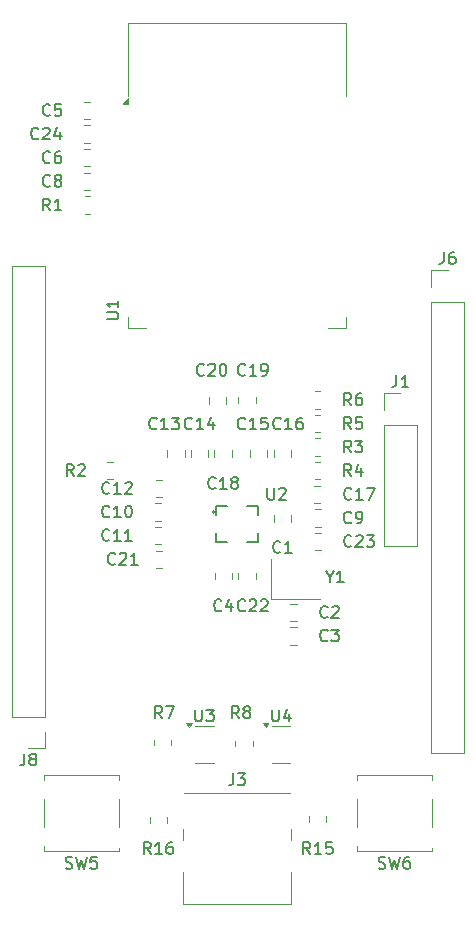
<source format=gbr>
%TF.GenerationSoftware,KiCad,Pcbnew,9.0.3*%
%TF.CreationDate,2025-08-15T22:13:16-04:00*%
%TF.ProjectId,bioimpedance,62696f69-6d70-4656-9461-6e63652e6b69,rev?*%
%TF.SameCoordinates,Original*%
%TF.FileFunction,Legend,Top*%
%TF.FilePolarity,Positive*%
%FSLAX46Y46*%
G04 Gerber Fmt 4.6, Leading zero omitted, Abs format (unit mm)*
G04 Created by KiCad (PCBNEW 9.0.3) date 2025-08-15 22:13:16*
%MOMM*%
%LPD*%
G01*
G04 APERTURE LIST*
%ADD10C,0.150000*%
%ADD11C,0.120000*%
%ADD12C,0.127000*%
%ADD13C,0.200000*%
G04 APERTURE END LIST*
D10*
X123333333Y-66454819D02*
X123000000Y-65978628D01*
X122761905Y-66454819D02*
X122761905Y-65454819D01*
X122761905Y-65454819D02*
X123142857Y-65454819D01*
X123142857Y-65454819D02*
X123238095Y-65502438D01*
X123238095Y-65502438D02*
X123285714Y-65550057D01*
X123285714Y-65550057D02*
X123333333Y-65645295D01*
X123333333Y-65645295D02*
X123333333Y-65788152D01*
X123333333Y-65788152D02*
X123285714Y-65883390D01*
X123285714Y-65883390D02*
X123238095Y-65931009D01*
X123238095Y-65931009D02*
X123142857Y-65978628D01*
X123142857Y-65978628D02*
X122761905Y-65978628D01*
X124190476Y-65788152D02*
X124190476Y-66454819D01*
X123952381Y-65407200D02*
X123714286Y-66121485D01*
X123714286Y-66121485D02*
X124333333Y-66121485D01*
X99166667Y-99647200D02*
X99309524Y-99694819D01*
X99309524Y-99694819D02*
X99547619Y-99694819D01*
X99547619Y-99694819D02*
X99642857Y-99647200D01*
X99642857Y-99647200D02*
X99690476Y-99599580D01*
X99690476Y-99599580D02*
X99738095Y-99504342D01*
X99738095Y-99504342D02*
X99738095Y-99409104D01*
X99738095Y-99409104D02*
X99690476Y-99313866D01*
X99690476Y-99313866D02*
X99642857Y-99266247D01*
X99642857Y-99266247D02*
X99547619Y-99218628D01*
X99547619Y-99218628D02*
X99357143Y-99171009D01*
X99357143Y-99171009D02*
X99261905Y-99123390D01*
X99261905Y-99123390D02*
X99214286Y-99075771D01*
X99214286Y-99075771D02*
X99166667Y-98980533D01*
X99166667Y-98980533D02*
X99166667Y-98885295D01*
X99166667Y-98885295D02*
X99214286Y-98790057D01*
X99214286Y-98790057D02*
X99261905Y-98742438D01*
X99261905Y-98742438D02*
X99357143Y-98694819D01*
X99357143Y-98694819D02*
X99595238Y-98694819D01*
X99595238Y-98694819D02*
X99738095Y-98742438D01*
X100071429Y-98694819D02*
X100309524Y-99694819D01*
X100309524Y-99694819D02*
X100500000Y-98980533D01*
X100500000Y-98980533D02*
X100690476Y-99694819D01*
X100690476Y-99694819D02*
X100928572Y-98694819D01*
X101785714Y-98694819D02*
X101309524Y-98694819D01*
X101309524Y-98694819D02*
X101261905Y-99171009D01*
X101261905Y-99171009D02*
X101309524Y-99123390D01*
X101309524Y-99123390D02*
X101404762Y-99075771D01*
X101404762Y-99075771D02*
X101642857Y-99075771D01*
X101642857Y-99075771D02*
X101738095Y-99123390D01*
X101738095Y-99123390D02*
X101785714Y-99171009D01*
X101785714Y-99171009D02*
X101833333Y-99266247D01*
X101833333Y-99266247D02*
X101833333Y-99504342D01*
X101833333Y-99504342D02*
X101785714Y-99599580D01*
X101785714Y-99599580D02*
X101738095Y-99647200D01*
X101738095Y-99647200D02*
X101642857Y-99694819D01*
X101642857Y-99694819D02*
X101404762Y-99694819D01*
X101404762Y-99694819D02*
X101309524Y-99647200D01*
X101309524Y-99647200D02*
X101261905Y-99599580D01*
X95666666Y-89954819D02*
X95666666Y-90669104D01*
X95666666Y-90669104D02*
X95619047Y-90811961D01*
X95619047Y-90811961D02*
X95523809Y-90907200D01*
X95523809Y-90907200D02*
X95380952Y-90954819D01*
X95380952Y-90954819D02*
X95285714Y-90954819D01*
X96285714Y-90383390D02*
X96190476Y-90335771D01*
X96190476Y-90335771D02*
X96142857Y-90288152D01*
X96142857Y-90288152D02*
X96095238Y-90192914D01*
X96095238Y-90192914D02*
X96095238Y-90145295D01*
X96095238Y-90145295D02*
X96142857Y-90050057D01*
X96142857Y-90050057D02*
X96190476Y-90002438D01*
X96190476Y-90002438D02*
X96285714Y-89954819D01*
X96285714Y-89954819D02*
X96476190Y-89954819D01*
X96476190Y-89954819D02*
X96571428Y-90002438D01*
X96571428Y-90002438D02*
X96619047Y-90050057D01*
X96619047Y-90050057D02*
X96666666Y-90145295D01*
X96666666Y-90145295D02*
X96666666Y-90192914D01*
X96666666Y-90192914D02*
X96619047Y-90288152D01*
X96619047Y-90288152D02*
X96571428Y-90335771D01*
X96571428Y-90335771D02*
X96476190Y-90383390D01*
X96476190Y-90383390D02*
X96285714Y-90383390D01*
X96285714Y-90383390D02*
X96190476Y-90431009D01*
X96190476Y-90431009D02*
X96142857Y-90478628D01*
X96142857Y-90478628D02*
X96095238Y-90573866D01*
X96095238Y-90573866D02*
X96095238Y-90764342D01*
X96095238Y-90764342D02*
X96142857Y-90859580D01*
X96142857Y-90859580D02*
X96190476Y-90907200D01*
X96190476Y-90907200D02*
X96285714Y-90954819D01*
X96285714Y-90954819D02*
X96476190Y-90954819D01*
X96476190Y-90954819D02*
X96571428Y-90907200D01*
X96571428Y-90907200D02*
X96619047Y-90859580D01*
X96619047Y-90859580D02*
X96666666Y-90764342D01*
X96666666Y-90764342D02*
X96666666Y-90573866D01*
X96666666Y-90573866D02*
X96619047Y-90478628D01*
X96619047Y-90478628D02*
X96571428Y-90431009D01*
X96571428Y-90431009D02*
X96476190Y-90383390D01*
X121523809Y-74978628D02*
X121523809Y-75454819D01*
X121190476Y-74454819D02*
X121523809Y-74978628D01*
X121523809Y-74978628D02*
X121857142Y-74454819D01*
X122714285Y-75454819D02*
X122142857Y-75454819D01*
X122428571Y-75454819D02*
X122428571Y-74454819D01*
X122428571Y-74454819D02*
X122333333Y-74597676D01*
X122333333Y-74597676D02*
X122238095Y-74692914D01*
X122238095Y-74692914D02*
X122142857Y-74740533D01*
X111847142Y-67459580D02*
X111799523Y-67507200D01*
X111799523Y-67507200D02*
X111656666Y-67554819D01*
X111656666Y-67554819D02*
X111561428Y-67554819D01*
X111561428Y-67554819D02*
X111418571Y-67507200D01*
X111418571Y-67507200D02*
X111323333Y-67411961D01*
X111323333Y-67411961D02*
X111275714Y-67316723D01*
X111275714Y-67316723D02*
X111228095Y-67126247D01*
X111228095Y-67126247D02*
X111228095Y-66983390D01*
X111228095Y-66983390D02*
X111275714Y-66792914D01*
X111275714Y-66792914D02*
X111323333Y-66697676D01*
X111323333Y-66697676D02*
X111418571Y-66602438D01*
X111418571Y-66602438D02*
X111561428Y-66554819D01*
X111561428Y-66554819D02*
X111656666Y-66554819D01*
X111656666Y-66554819D02*
X111799523Y-66602438D01*
X111799523Y-66602438D02*
X111847142Y-66650057D01*
X112799523Y-67554819D02*
X112228095Y-67554819D01*
X112513809Y-67554819D02*
X112513809Y-66554819D01*
X112513809Y-66554819D02*
X112418571Y-66697676D01*
X112418571Y-66697676D02*
X112323333Y-66792914D01*
X112323333Y-66792914D02*
X112228095Y-66840533D01*
X113370952Y-66983390D02*
X113275714Y-66935771D01*
X113275714Y-66935771D02*
X113228095Y-66888152D01*
X113228095Y-66888152D02*
X113180476Y-66792914D01*
X113180476Y-66792914D02*
X113180476Y-66745295D01*
X113180476Y-66745295D02*
X113228095Y-66650057D01*
X113228095Y-66650057D02*
X113275714Y-66602438D01*
X113275714Y-66602438D02*
X113370952Y-66554819D01*
X113370952Y-66554819D02*
X113561428Y-66554819D01*
X113561428Y-66554819D02*
X113656666Y-66602438D01*
X113656666Y-66602438D02*
X113704285Y-66650057D01*
X113704285Y-66650057D02*
X113751904Y-66745295D01*
X113751904Y-66745295D02*
X113751904Y-66792914D01*
X113751904Y-66792914D02*
X113704285Y-66888152D01*
X113704285Y-66888152D02*
X113656666Y-66935771D01*
X113656666Y-66935771D02*
X113561428Y-66983390D01*
X113561428Y-66983390D02*
X113370952Y-66983390D01*
X113370952Y-66983390D02*
X113275714Y-67031009D01*
X113275714Y-67031009D02*
X113228095Y-67078628D01*
X113228095Y-67078628D02*
X113180476Y-67173866D01*
X113180476Y-67173866D02*
X113180476Y-67364342D01*
X113180476Y-67364342D02*
X113228095Y-67459580D01*
X113228095Y-67459580D02*
X113275714Y-67507200D01*
X113275714Y-67507200D02*
X113370952Y-67554819D01*
X113370952Y-67554819D02*
X113561428Y-67554819D01*
X113561428Y-67554819D02*
X113656666Y-67507200D01*
X113656666Y-67507200D02*
X113704285Y-67459580D01*
X113704285Y-67459580D02*
X113751904Y-67364342D01*
X113751904Y-67364342D02*
X113751904Y-67173866D01*
X113751904Y-67173866D02*
X113704285Y-67078628D01*
X113704285Y-67078628D02*
X113656666Y-67031009D01*
X113656666Y-67031009D02*
X113561428Y-66983390D01*
X116238095Y-67454819D02*
X116238095Y-68264342D01*
X116238095Y-68264342D02*
X116285714Y-68359580D01*
X116285714Y-68359580D02*
X116333333Y-68407200D01*
X116333333Y-68407200D02*
X116428571Y-68454819D01*
X116428571Y-68454819D02*
X116619047Y-68454819D01*
X116619047Y-68454819D02*
X116714285Y-68407200D01*
X116714285Y-68407200D02*
X116761904Y-68359580D01*
X116761904Y-68359580D02*
X116809523Y-68264342D01*
X116809523Y-68264342D02*
X116809523Y-67454819D01*
X117238095Y-67550057D02*
X117285714Y-67502438D01*
X117285714Y-67502438D02*
X117380952Y-67454819D01*
X117380952Y-67454819D02*
X117619047Y-67454819D01*
X117619047Y-67454819D02*
X117714285Y-67502438D01*
X117714285Y-67502438D02*
X117761904Y-67550057D01*
X117761904Y-67550057D02*
X117809523Y-67645295D01*
X117809523Y-67645295D02*
X117809523Y-67740533D01*
X117809523Y-67740533D02*
X117761904Y-67883390D01*
X117761904Y-67883390D02*
X117190476Y-68454819D01*
X117190476Y-68454819D02*
X117809523Y-68454819D01*
X114357142Y-77809580D02*
X114309523Y-77857200D01*
X114309523Y-77857200D02*
X114166666Y-77904819D01*
X114166666Y-77904819D02*
X114071428Y-77904819D01*
X114071428Y-77904819D02*
X113928571Y-77857200D01*
X113928571Y-77857200D02*
X113833333Y-77761961D01*
X113833333Y-77761961D02*
X113785714Y-77666723D01*
X113785714Y-77666723D02*
X113738095Y-77476247D01*
X113738095Y-77476247D02*
X113738095Y-77333390D01*
X113738095Y-77333390D02*
X113785714Y-77142914D01*
X113785714Y-77142914D02*
X113833333Y-77047676D01*
X113833333Y-77047676D02*
X113928571Y-76952438D01*
X113928571Y-76952438D02*
X114071428Y-76904819D01*
X114071428Y-76904819D02*
X114166666Y-76904819D01*
X114166666Y-76904819D02*
X114309523Y-76952438D01*
X114309523Y-76952438D02*
X114357142Y-77000057D01*
X114738095Y-77000057D02*
X114785714Y-76952438D01*
X114785714Y-76952438D02*
X114880952Y-76904819D01*
X114880952Y-76904819D02*
X115119047Y-76904819D01*
X115119047Y-76904819D02*
X115214285Y-76952438D01*
X115214285Y-76952438D02*
X115261904Y-77000057D01*
X115261904Y-77000057D02*
X115309523Y-77095295D01*
X115309523Y-77095295D02*
X115309523Y-77190533D01*
X115309523Y-77190533D02*
X115261904Y-77333390D01*
X115261904Y-77333390D02*
X114690476Y-77904819D01*
X114690476Y-77904819D02*
X115309523Y-77904819D01*
X115690476Y-77000057D02*
X115738095Y-76952438D01*
X115738095Y-76952438D02*
X115833333Y-76904819D01*
X115833333Y-76904819D02*
X116071428Y-76904819D01*
X116071428Y-76904819D02*
X116166666Y-76952438D01*
X116166666Y-76952438D02*
X116214285Y-77000057D01*
X116214285Y-77000057D02*
X116261904Y-77095295D01*
X116261904Y-77095295D02*
X116261904Y-77190533D01*
X116261904Y-77190533D02*
X116214285Y-77333390D01*
X116214285Y-77333390D02*
X115642857Y-77904819D01*
X115642857Y-77904819D02*
X116261904Y-77904819D01*
X102629819Y-53161904D02*
X103439342Y-53161904D01*
X103439342Y-53161904D02*
X103534580Y-53114285D01*
X103534580Y-53114285D02*
X103582200Y-53066666D01*
X103582200Y-53066666D02*
X103629819Y-52971428D01*
X103629819Y-52971428D02*
X103629819Y-52780952D01*
X103629819Y-52780952D02*
X103582200Y-52685714D01*
X103582200Y-52685714D02*
X103534580Y-52638095D01*
X103534580Y-52638095D02*
X103439342Y-52590476D01*
X103439342Y-52590476D02*
X102629819Y-52590476D01*
X103629819Y-51590476D02*
X103629819Y-52161904D01*
X103629819Y-51876190D02*
X102629819Y-51876190D01*
X102629819Y-51876190D02*
X102772676Y-51971428D01*
X102772676Y-51971428D02*
X102867914Y-52066666D01*
X102867914Y-52066666D02*
X102915533Y-52161904D01*
X96857142Y-37859580D02*
X96809523Y-37907200D01*
X96809523Y-37907200D02*
X96666666Y-37954819D01*
X96666666Y-37954819D02*
X96571428Y-37954819D01*
X96571428Y-37954819D02*
X96428571Y-37907200D01*
X96428571Y-37907200D02*
X96333333Y-37811961D01*
X96333333Y-37811961D02*
X96285714Y-37716723D01*
X96285714Y-37716723D02*
X96238095Y-37526247D01*
X96238095Y-37526247D02*
X96238095Y-37383390D01*
X96238095Y-37383390D02*
X96285714Y-37192914D01*
X96285714Y-37192914D02*
X96333333Y-37097676D01*
X96333333Y-37097676D02*
X96428571Y-37002438D01*
X96428571Y-37002438D02*
X96571428Y-36954819D01*
X96571428Y-36954819D02*
X96666666Y-36954819D01*
X96666666Y-36954819D02*
X96809523Y-37002438D01*
X96809523Y-37002438D02*
X96857142Y-37050057D01*
X97238095Y-37050057D02*
X97285714Y-37002438D01*
X97285714Y-37002438D02*
X97380952Y-36954819D01*
X97380952Y-36954819D02*
X97619047Y-36954819D01*
X97619047Y-36954819D02*
X97714285Y-37002438D01*
X97714285Y-37002438D02*
X97761904Y-37050057D01*
X97761904Y-37050057D02*
X97809523Y-37145295D01*
X97809523Y-37145295D02*
X97809523Y-37240533D01*
X97809523Y-37240533D02*
X97761904Y-37383390D01*
X97761904Y-37383390D02*
X97190476Y-37954819D01*
X97190476Y-37954819D02*
X97809523Y-37954819D01*
X98666666Y-37288152D02*
X98666666Y-37954819D01*
X98428571Y-36907200D02*
X98190476Y-37621485D01*
X98190476Y-37621485D02*
X98809523Y-37621485D01*
X110128295Y-86229819D02*
X110128295Y-87039342D01*
X110128295Y-87039342D02*
X110175914Y-87134580D01*
X110175914Y-87134580D02*
X110223533Y-87182200D01*
X110223533Y-87182200D02*
X110318771Y-87229819D01*
X110318771Y-87229819D02*
X110509247Y-87229819D01*
X110509247Y-87229819D02*
X110604485Y-87182200D01*
X110604485Y-87182200D02*
X110652104Y-87134580D01*
X110652104Y-87134580D02*
X110699723Y-87039342D01*
X110699723Y-87039342D02*
X110699723Y-86229819D01*
X111080676Y-86229819D02*
X111699723Y-86229819D01*
X111699723Y-86229819D02*
X111366390Y-86610771D01*
X111366390Y-86610771D02*
X111509247Y-86610771D01*
X111509247Y-86610771D02*
X111604485Y-86658390D01*
X111604485Y-86658390D02*
X111652104Y-86706009D01*
X111652104Y-86706009D02*
X111699723Y-86801247D01*
X111699723Y-86801247D02*
X111699723Y-87039342D01*
X111699723Y-87039342D02*
X111652104Y-87134580D01*
X111652104Y-87134580D02*
X111604485Y-87182200D01*
X111604485Y-87182200D02*
X111509247Y-87229819D01*
X111509247Y-87229819D02*
X111223533Y-87229819D01*
X111223533Y-87229819D02*
X111128295Y-87182200D01*
X111128295Y-87182200D02*
X111080676Y-87134580D01*
X117333333Y-72859580D02*
X117285714Y-72907200D01*
X117285714Y-72907200D02*
X117142857Y-72954819D01*
X117142857Y-72954819D02*
X117047619Y-72954819D01*
X117047619Y-72954819D02*
X116904762Y-72907200D01*
X116904762Y-72907200D02*
X116809524Y-72811961D01*
X116809524Y-72811961D02*
X116761905Y-72716723D01*
X116761905Y-72716723D02*
X116714286Y-72526247D01*
X116714286Y-72526247D02*
X116714286Y-72383390D01*
X116714286Y-72383390D02*
X116761905Y-72192914D01*
X116761905Y-72192914D02*
X116809524Y-72097676D01*
X116809524Y-72097676D02*
X116904762Y-72002438D01*
X116904762Y-72002438D02*
X117047619Y-71954819D01*
X117047619Y-71954819D02*
X117142857Y-71954819D01*
X117142857Y-71954819D02*
X117285714Y-72002438D01*
X117285714Y-72002438D02*
X117333333Y-72050057D01*
X118285714Y-72954819D02*
X117714286Y-72954819D01*
X118000000Y-72954819D02*
X118000000Y-71954819D01*
X118000000Y-71954819D02*
X117904762Y-72097676D01*
X117904762Y-72097676D02*
X117809524Y-72192914D01*
X117809524Y-72192914D02*
X117714286Y-72240533D01*
X102857142Y-71859580D02*
X102809523Y-71907200D01*
X102809523Y-71907200D02*
X102666666Y-71954819D01*
X102666666Y-71954819D02*
X102571428Y-71954819D01*
X102571428Y-71954819D02*
X102428571Y-71907200D01*
X102428571Y-71907200D02*
X102333333Y-71811961D01*
X102333333Y-71811961D02*
X102285714Y-71716723D01*
X102285714Y-71716723D02*
X102238095Y-71526247D01*
X102238095Y-71526247D02*
X102238095Y-71383390D01*
X102238095Y-71383390D02*
X102285714Y-71192914D01*
X102285714Y-71192914D02*
X102333333Y-71097676D01*
X102333333Y-71097676D02*
X102428571Y-71002438D01*
X102428571Y-71002438D02*
X102571428Y-70954819D01*
X102571428Y-70954819D02*
X102666666Y-70954819D01*
X102666666Y-70954819D02*
X102809523Y-71002438D01*
X102809523Y-71002438D02*
X102857142Y-71050057D01*
X103809523Y-71954819D02*
X103238095Y-71954819D01*
X103523809Y-71954819D02*
X103523809Y-70954819D01*
X103523809Y-70954819D02*
X103428571Y-71097676D01*
X103428571Y-71097676D02*
X103333333Y-71192914D01*
X103333333Y-71192914D02*
X103238095Y-71240533D01*
X104761904Y-71954819D02*
X104190476Y-71954819D01*
X104476190Y-71954819D02*
X104476190Y-70954819D01*
X104476190Y-70954819D02*
X104380952Y-71097676D01*
X104380952Y-71097676D02*
X104285714Y-71192914D01*
X104285714Y-71192914D02*
X104190476Y-71240533D01*
X109857142Y-62409580D02*
X109809523Y-62457200D01*
X109809523Y-62457200D02*
X109666666Y-62504819D01*
X109666666Y-62504819D02*
X109571428Y-62504819D01*
X109571428Y-62504819D02*
X109428571Y-62457200D01*
X109428571Y-62457200D02*
X109333333Y-62361961D01*
X109333333Y-62361961D02*
X109285714Y-62266723D01*
X109285714Y-62266723D02*
X109238095Y-62076247D01*
X109238095Y-62076247D02*
X109238095Y-61933390D01*
X109238095Y-61933390D02*
X109285714Y-61742914D01*
X109285714Y-61742914D02*
X109333333Y-61647676D01*
X109333333Y-61647676D02*
X109428571Y-61552438D01*
X109428571Y-61552438D02*
X109571428Y-61504819D01*
X109571428Y-61504819D02*
X109666666Y-61504819D01*
X109666666Y-61504819D02*
X109809523Y-61552438D01*
X109809523Y-61552438D02*
X109857142Y-61600057D01*
X110809523Y-62504819D02*
X110238095Y-62504819D01*
X110523809Y-62504819D02*
X110523809Y-61504819D01*
X110523809Y-61504819D02*
X110428571Y-61647676D01*
X110428571Y-61647676D02*
X110333333Y-61742914D01*
X110333333Y-61742914D02*
X110238095Y-61790533D01*
X111666666Y-61838152D02*
X111666666Y-62504819D01*
X111428571Y-61457200D02*
X111190476Y-62171485D01*
X111190476Y-62171485D02*
X111809523Y-62171485D01*
X131166666Y-47494819D02*
X131166666Y-48209104D01*
X131166666Y-48209104D02*
X131119047Y-48351961D01*
X131119047Y-48351961D02*
X131023809Y-48447200D01*
X131023809Y-48447200D02*
X130880952Y-48494819D01*
X130880952Y-48494819D02*
X130785714Y-48494819D01*
X132071428Y-47494819D02*
X131880952Y-47494819D01*
X131880952Y-47494819D02*
X131785714Y-47542438D01*
X131785714Y-47542438D02*
X131738095Y-47590057D01*
X131738095Y-47590057D02*
X131642857Y-47732914D01*
X131642857Y-47732914D02*
X131595238Y-47923390D01*
X131595238Y-47923390D02*
X131595238Y-48304342D01*
X131595238Y-48304342D02*
X131642857Y-48399580D01*
X131642857Y-48399580D02*
X131690476Y-48447200D01*
X131690476Y-48447200D02*
X131785714Y-48494819D01*
X131785714Y-48494819D02*
X131976190Y-48494819D01*
X131976190Y-48494819D02*
X132071428Y-48447200D01*
X132071428Y-48447200D02*
X132119047Y-48399580D01*
X132119047Y-48399580D02*
X132166666Y-48304342D01*
X132166666Y-48304342D02*
X132166666Y-48066247D01*
X132166666Y-48066247D02*
X132119047Y-47971009D01*
X132119047Y-47971009D02*
X132071428Y-47923390D01*
X132071428Y-47923390D02*
X131976190Y-47875771D01*
X131976190Y-47875771D02*
X131785714Y-47875771D01*
X131785714Y-47875771D02*
X131690476Y-47923390D01*
X131690476Y-47923390D02*
X131642857Y-47971009D01*
X131642857Y-47971009D02*
X131595238Y-48066247D01*
X125666667Y-99647200D02*
X125809524Y-99694819D01*
X125809524Y-99694819D02*
X126047619Y-99694819D01*
X126047619Y-99694819D02*
X126142857Y-99647200D01*
X126142857Y-99647200D02*
X126190476Y-99599580D01*
X126190476Y-99599580D02*
X126238095Y-99504342D01*
X126238095Y-99504342D02*
X126238095Y-99409104D01*
X126238095Y-99409104D02*
X126190476Y-99313866D01*
X126190476Y-99313866D02*
X126142857Y-99266247D01*
X126142857Y-99266247D02*
X126047619Y-99218628D01*
X126047619Y-99218628D02*
X125857143Y-99171009D01*
X125857143Y-99171009D02*
X125761905Y-99123390D01*
X125761905Y-99123390D02*
X125714286Y-99075771D01*
X125714286Y-99075771D02*
X125666667Y-98980533D01*
X125666667Y-98980533D02*
X125666667Y-98885295D01*
X125666667Y-98885295D02*
X125714286Y-98790057D01*
X125714286Y-98790057D02*
X125761905Y-98742438D01*
X125761905Y-98742438D02*
X125857143Y-98694819D01*
X125857143Y-98694819D02*
X126095238Y-98694819D01*
X126095238Y-98694819D02*
X126238095Y-98742438D01*
X126571429Y-98694819D02*
X126809524Y-99694819D01*
X126809524Y-99694819D02*
X127000000Y-98980533D01*
X127000000Y-98980533D02*
X127190476Y-99694819D01*
X127190476Y-99694819D02*
X127428572Y-98694819D01*
X128238095Y-98694819D02*
X128047619Y-98694819D01*
X128047619Y-98694819D02*
X127952381Y-98742438D01*
X127952381Y-98742438D02*
X127904762Y-98790057D01*
X127904762Y-98790057D02*
X127809524Y-98932914D01*
X127809524Y-98932914D02*
X127761905Y-99123390D01*
X127761905Y-99123390D02*
X127761905Y-99504342D01*
X127761905Y-99504342D02*
X127809524Y-99599580D01*
X127809524Y-99599580D02*
X127857143Y-99647200D01*
X127857143Y-99647200D02*
X127952381Y-99694819D01*
X127952381Y-99694819D02*
X128142857Y-99694819D01*
X128142857Y-99694819D02*
X128238095Y-99647200D01*
X128238095Y-99647200D02*
X128285714Y-99599580D01*
X128285714Y-99599580D02*
X128333333Y-99504342D01*
X128333333Y-99504342D02*
X128333333Y-99266247D01*
X128333333Y-99266247D02*
X128285714Y-99171009D01*
X128285714Y-99171009D02*
X128238095Y-99123390D01*
X128238095Y-99123390D02*
X128142857Y-99075771D01*
X128142857Y-99075771D02*
X127952381Y-99075771D01*
X127952381Y-99075771D02*
X127857143Y-99123390D01*
X127857143Y-99123390D02*
X127809524Y-99171009D01*
X127809524Y-99171009D02*
X127761905Y-99266247D01*
X102857142Y-67859580D02*
X102809523Y-67907200D01*
X102809523Y-67907200D02*
X102666666Y-67954819D01*
X102666666Y-67954819D02*
X102571428Y-67954819D01*
X102571428Y-67954819D02*
X102428571Y-67907200D01*
X102428571Y-67907200D02*
X102333333Y-67811961D01*
X102333333Y-67811961D02*
X102285714Y-67716723D01*
X102285714Y-67716723D02*
X102238095Y-67526247D01*
X102238095Y-67526247D02*
X102238095Y-67383390D01*
X102238095Y-67383390D02*
X102285714Y-67192914D01*
X102285714Y-67192914D02*
X102333333Y-67097676D01*
X102333333Y-67097676D02*
X102428571Y-67002438D01*
X102428571Y-67002438D02*
X102571428Y-66954819D01*
X102571428Y-66954819D02*
X102666666Y-66954819D01*
X102666666Y-66954819D02*
X102809523Y-67002438D01*
X102809523Y-67002438D02*
X102857142Y-67050057D01*
X103809523Y-67954819D02*
X103238095Y-67954819D01*
X103523809Y-67954819D02*
X103523809Y-66954819D01*
X103523809Y-66954819D02*
X103428571Y-67097676D01*
X103428571Y-67097676D02*
X103333333Y-67192914D01*
X103333333Y-67192914D02*
X103238095Y-67240533D01*
X104190476Y-67050057D02*
X104238095Y-67002438D01*
X104238095Y-67002438D02*
X104333333Y-66954819D01*
X104333333Y-66954819D02*
X104571428Y-66954819D01*
X104571428Y-66954819D02*
X104666666Y-67002438D01*
X104666666Y-67002438D02*
X104714285Y-67050057D01*
X104714285Y-67050057D02*
X104761904Y-67145295D01*
X104761904Y-67145295D02*
X104761904Y-67240533D01*
X104761904Y-67240533D02*
X104714285Y-67383390D01*
X104714285Y-67383390D02*
X104142857Y-67954819D01*
X104142857Y-67954819D02*
X104761904Y-67954819D01*
X106357142Y-98454819D02*
X106023809Y-97978628D01*
X105785714Y-98454819D02*
X105785714Y-97454819D01*
X105785714Y-97454819D02*
X106166666Y-97454819D01*
X106166666Y-97454819D02*
X106261904Y-97502438D01*
X106261904Y-97502438D02*
X106309523Y-97550057D01*
X106309523Y-97550057D02*
X106357142Y-97645295D01*
X106357142Y-97645295D02*
X106357142Y-97788152D01*
X106357142Y-97788152D02*
X106309523Y-97883390D01*
X106309523Y-97883390D02*
X106261904Y-97931009D01*
X106261904Y-97931009D02*
X106166666Y-97978628D01*
X106166666Y-97978628D02*
X105785714Y-97978628D01*
X107309523Y-98454819D02*
X106738095Y-98454819D01*
X107023809Y-98454819D02*
X107023809Y-97454819D01*
X107023809Y-97454819D02*
X106928571Y-97597676D01*
X106928571Y-97597676D02*
X106833333Y-97692914D01*
X106833333Y-97692914D02*
X106738095Y-97740533D01*
X108166666Y-97454819D02*
X107976190Y-97454819D01*
X107976190Y-97454819D02*
X107880952Y-97502438D01*
X107880952Y-97502438D02*
X107833333Y-97550057D01*
X107833333Y-97550057D02*
X107738095Y-97692914D01*
X107738095Y-97692914D02*
X107690476Y-97883390D01*
X107690476Y-97883390D02*
X107690476Y-98264342D01*
X107690476Y-98264342D02*
X107738095Y-98359580D01*
X107738095Y-98359580D02*
X107785714Y-98407200D01*
X107785714Y-98407200D02*
X107880952Y-98454819D01*
X107880952Y-98454819D02*
X108071428Y-98454819D01*
X108071428Y-98454819D02*
X108166666Y-98407200D01*
X108166666Y-98407200D02*
X108214285Y-98359580D01*
X108214285Y-98359580D02*
X108261904Y-98264342D01*
X108261904Y-98264342D02*
X108261904Y-98026247D01*
X108261904Y-98026247D02*
X108214285Y-97931009D01*
X108214285Y-97931009D02*
X108166666Y-97883390D01*
X108166666Y-97883390D02*
X108071428Y-97835771D01*
X108071428Y-97835771D02*
X107880952Y-97835771D01*
X107880952Y-97835771D02*
X107785714Y-97883390D01*
X107785714Y-97883390D02*
X107738095Y-97931009D01*
X107738095Y-97931009D02*
X107690476Y-98026247D01*
X97833333Y-41859580D02*
X97785714Y-41907200D01*
X97785714Y-41907200D02*
X97642857Y-41954819D01*
X97642857Y-41954819D02*
X97547619Y-41954819D01*
X97547619Y-41954819D02*
X97404762Y-41907200D01*
X97404762Y-41907200D02*
X97309524Y-41811961D01*
X97309524Y-41811961D02*
X97261905Y-41716723D01*
X97261905Y-41716723D02*
X97214286Y-41526247D01*
X97214286Y-41526247D02*
X97214286Y-41383390D01*
X97214286Y-41383390D02*
X97261905Y-41192914D01*
X97261905Y-41192914D02*
X97309524Y-41097676D01*
X97309524Y-41097676D02*
X97404762Y-41002438D01*
X97404762Y-41002438D02*
X97547619Y-40954819D01*
X97547619Y-40954819D02*
X97642857Y-40954819D01*
X97642857Y-40954819D02*
X97785714Y-41002438D01*
X97785714Y-41002438D02*
X97833333Y-41050057D01*
X98404762Y-41383390D02*
X98309524Y-41335771D01*
X98309524Y-41335771D02*
X98261905Y-41288152D01*
X98261905Y-41288152D02*
X98214286Y-41192914D01*
X98214286Y-41192914D02*
X98214286Y-41145295D01*
X98214286Y-41145295D02*
X98261905Y-41050057D01*
X98261905Y-41050057D02*
X98309524Y-41002438D01*
X98309524Y-41002438D02*
X98404762Y-40954819D01*
X98404762Y-40954819D02*
X98595238Y-40954819D01*
X98595238Y-40954819D02*
X98690476Y-41002438D01*
X98690476Y-41002438D02*
X98738095Y-41050057D01*
X98738095Y-41050057D02*
X98785714Y-41145295D01*
X98785714Y-41145295D02*
X98785714Y-41192914D01*
X98785714Y-41192914D02*
X98738095Y-41288152D01*
X98738095Y-41288152D02*
X98690476Y-41335771D01*
X98690476Y-41335771D02*
X98595238Y-41383390D01*
X98595238Y-41383390D02*
X98404762Y-41383390D01*
X98404762Y-41383390D02*
X98309524Y-41431009D01*
X98309524Y-41431009D02*
X98261905Y-41478628D01*
X98261905Y-41478628D02*
X98214286Y-41573866D01*
X98214286Y-41573866D02*
X98214286Y-41764342D01*
X98214286Y-41764342D02*
X98261905Y-41859580D01*
X98261905Y-41859580D02*
X98309524Y-41907200D01*
X98309524Y-41907200D02*
X98404762Y-41954819D01*
X98404762Y-41954819D02*
X98595238Y-41954819D01*
X98595238Y-41954819D02*
X98690476Y-41907200D01*
X98690476Y-41907200D02*
X98738095Y-41859580D01*
X98738095Y-41859580D02*
X98785714Y-41764342D01*
X98785714Y-41764342D02*
X98785714Y-41573866D01*
X98785714Y-41573866D02*
X98738095Y-41478628D01*
X98738095Y-41478628D02*
X98690476Y-41431009D01*
X98690476Y-41431009D02*
X98595238Y-41383390D01*
X99833333Y-66454819D02*
X99500000Y-65978628D01*
X99261905Y-66454819D02*
X99261905Y-65454819D01*
X99261905Y-65454819D02*
X99642857Y-65454819D01*
X99642857Y-65454819D02*
X99738095Y-65502438D01*
X99738095Y-65502438D02*
X99785714Y-65550057D01*
X99785714Y-65550057D02*
X99833333Y-65645295D01*
X99833333Y-65645295D02*
X99833333Y-65788152D01*
X99833333Y-65788152D02*
X99785714Y-65883390D01*
X99785714Y-65883390D02*
X99738095Y-65931009D01*
X99738095Y-65931009D02*
X99642857Y-65978628D01*
X99642857Y-65978628D02*
X99261905Y-65978628D01*
X100214286Y-65550057D02*
X100261905Y-65502438D01*
X100261905Y-65502438D02*
X100357143Y-65454819D01*
X100357143Y-65454819D02*
X100595238Y-65454819D01*
X100595238Y-65454819D02*
X100690476Y-65502438D01*
X100690476Y-65502438D02*
X100738095Y-65550057D01*
X100738095Y-65550057D02*
X100785714Y-65645295D01*
X100785714Y-65645295D02*
X100785714Y-65740533D01*
X100785714Y-65740533D02*
X100738095Y-65883390D01*
X100738095Y-65883390D02*
X100166667Y-66454819D01*
X100166667Y-66454819D02*
X100785714Y-66454819D01*
X123333333Y-62454819D02*
X123000000Y-61978628D01*
X122761905Y-62454819D02*
X122761905Y-61454819D01*
X122761905Y-61454819D02*
X123142857Y-61454819D01*
X123142857Y-61454819D02*
X123238095Y-61502438D01*
X123238095Y-61502438D02*
X123285714Y-61550057D01*
X123285714Y-61550057D02*
X123333333Y-61645295D01*
X123333333Y-61645295D02*
X123333333Y-61788152D01*
X123333333Y-61788152D02*
X123285714Y-61883390D01*
X123285714Y-61883390D02*
X123238095Y-61931009D01*
X123238095Y-61931009D02*
X123142857Y-61978628D01*
X123142857Y-61978628D02*
X122761905Y-61978628D01*
X124238095Y-61454819D02*
X123761905Y-61454819D01*
X123761905Y-61454819D02*
X123714286Y-61931009D01*
X123714286Y-61931009D02*
X123761905Y-61883390D01*
X123761905Y-61883390D02*
X123857143Y-61835771D01*
X123857143Y-61835771D02*
X124095238Y-61835771D01*
X124095238Y-61835771D02*
X124190476Y-61883390D01*
X124190476Y-61883390D02*
X124238095Y-61931009D01*
X124238095Y-61931009D02*
X124285714Y-62026247D01*
X124285714Y-62026247D02*
X124285714Y-62264342D01*
X124285714Y-62264342D02*
X124238095Y-62359580D01*
X124238095Y-62359580D02*
X124190476Y-62407200D01*
X124190476Y-62407200D02*
X124095238Y-62454819D01*
X124095238Y-62454819D02*
X123857143Y-62454819D01*
X123857143Y-62454819D02*
X123761905Y-62407200D01*
X123761905Y-62407200D02*
X123714286Y-62359580D01*
X123333333Y-70359580D02*
X123285714Y-70407200D01*
X123285714Y-70407200D02*
X123142857Y-70454819D01*
X123142857Y-70454819D02*
X123047619Y-70454819D01*
X123047619Y-70454819D02*
X122904762Y-70407200D01*
X122904762Y-70407200D02*
X122809524Y-70311961D01*
X122809524Y-70311961D02*
X122761905Y-70216723D01*
X122761905Y-70216723D02*
X122714286Y-70026247D01*
X122714286Y-70026247D02*
X122714286Y-69883390D01*
X122714286Y-69883390D02*
X122761905Y-69692914D01*
X122761905Y-69692914D02*
X122809524Y-69597676D01*
X122809524Y-69597676D02*
X122904762Y-69502438D01*
X122904762Y-69502438D02*
X123047619Y-69454819D01*
X123047619Y-69454819D02*
X123142857Y-69454819D01*
X123142857Y-69454819D02*
X123285714Y-69502438D01*
X123285714Y-69502438D02*
X123333333Y-69550057D01*
X123809524Y-70454819D02*
X124000000Y-70454819D01*
X124000000Y-70454819D02*
X124095238Y-70407200D01*
X124095238Y-70407200D02*
X124142857Y-70359580D01*
X124142857Y-70359580D02*
X124238095Y-70216723D01*
X124238095Y-70216723D02*
X124285714Y-70026247D01*
X124285714Y-70026247D02*
X124285714Y-69645295D01*
X124285714Y-69645295D02*
X124238095Y-69550057D01*
X124238095Y-69550057D02*
X124190476Y-69502438D01*
X124190476Y-69502438D02*
X124095238Y-69454819D01*
X124095238Y-69454819D02*
X123904762Y-69454819D01*
X123904762Y-69454819D02*
X123809524Y-69502438D01*
X123809524Y-69502438D02*
X123761905Y-69550057D01*
X123761905Y-69550057D02*
X123714286Y-69645295D01*
X123714286Y-69645295D02*
X123714286Y-69883390D01*
X123714286Y-69883390D02*
X123761905Y-69978628D01*
X123761905Y-69978628D02*
X123809524Y-70026247D01*
X123809524Y-70026247D02*
X123904762Y-70073866D01*
X123904762Y-70073866D02*
X124095238Y-70073866D01*
X124095238Y-70073866D02*
X124190476Y-70026247D01*
X124190476Y-70026247D02*
X124238095Y-69978628D01*
X124238095Y-69978628D02*
X124285714Y-69883390D01*
X102857142Y-69859580D02*
X102809523Y-69907200D01*
X102809523Y-69907200D02*
X102666666Y-69954819D01*
X102666666Y-69954819D02*
X102571428Y-69954819D01*
X102571428Y-69954819D02*
X102428571Y-69907200D01*
X102428571Y-69907200D02*
X102333333Y-69811961D01*
X102333333Y-69811961D02*
X102285714Y-69716723D01*
X102285714Y-69716723D02*
X102238095Y-69526247D01*
X102238095Y-69526247D02*
X102238095Y-69383390D01*
X102238095Y-69383390D02*
X102285714Y-69192914D01*
X102285714Y-69192914D02*
X102333333Y-69097676D01*
X102333333Y-69097676D02*
X102428571Y-69002438D01*
X102428571Y-69002438D02*
X102571428Y-68954819D01*
X102571428Y-68954819D02*
X102666666Y-68954819D01*
X102666666Y-68954819D02*
X102809523Y-69002438D01*
X102809523Y-69002438D02*
X102857142Y-69050057D01*
X103809523Y-69954819D02*
X103238095Y-69954819D01*
X103523809Y-69954819D02*
X103523809Y-68954819D01*
X103523809Y-68954819D02*
X103428571Y-69097676D01*
X103428571Y-69097676D02*
X103333333Y-69192914D01*
X103333333Y-69192914D02*
X103238095Y-69240533D01*
X104428571Y-68954819D02*
X104523809Y-68954819D01*
X104523809Y-68954819D02*
X104619047Y-69002438D01*
X104619047Y-69002438D02*
X104666666Y-69050057D01*
X104666666Y-69050057D02*
X104714285Y-69145295D01*
X104714285Y-69145295D02*
X104761904Y-69335771D01*
X104761904Y-69335771D02*
X104761904Y-69573866D01*
X104761904Y-69573866D02*
X104714285Y-69764342D01*
X104714285Y-69764342D02*
X104666666Y-69859580D01*
X104666666Y-69859580D02*
X104619047Y-69907200D01*
X104619047Y-69907200D02*
X104523809Y-69954819D01*
X104523809Y-69954819D02*
X104428571Y-69954819D01*
X104428571Y-69954819D02*
X104333333Y-69907200D01*
X104333333Y-69907200D02*
X104285714Y-69859580D01*
X104285714Y-69859580D02*
X104238095Y-69764342D01*
X104238095Y-69764342D02*
X104190476Y-69573866D01*
X104190476Y-69573866D02*
X104190476Y-69335771D01*
X104190476Y-69335771D02*
X104238095Y-69145295D01*
X104238095Y-69145295D02*
X104285714Y-69050057D01*
X104285714Y-69050057D02*
X104333333Y-69002438D01*
X104333333Y-69002438D02*
X104428571Y-68954819D01*
X113833336Y-86954819D02*
X113500003Y-86478628D01*
X113261908Y-86954819D02*
X113261908Y-85954819D01*
X113261908Y-85954819D02*
X113642860Y-85954819D01*
X113642860Y-85954819D02*
X113738098Y-86002438D01*
X113738098Y-86002438D02*
X113785717Y-86050057D01*
X113785717Y-86050057D02*
X113833336Y-86145295D01*
X113833336Y-86145295D02*
X113833336Y-86288152D01*
X113833336Y-86288152D02*
X113785717Y-86383390D01*
X113785717Y-86383390D02*
X113738098Y-86431009D01*
X113738098Y-86431009D02*
X113642860Y-86478628D01*
X113642860Y-86478628D02*
X113261908Y-86478628D01*
X114404765Y-86383390D02*
X114309527Y-86335771D01*
X114309527Y-86335771D02*
X114261908Y-86288152D01*
X114261908Y-86288152D02*
X114214289Y-86192914D01*
X114214289Y-86192914D02*
X114214289Y-86145295D01*
X114214289Y-86145295D02*
X114261908Y-86050057D01*
X114261908Y-86050057D02*
X114309527Y-86002438D01*
X114309527Y-86002438D02*
X114404765Y-85954819D01*
X114404765Y-85954819D02*
X114595241Y-85954819D01*
X114595241Y-85954819D02*
X114690479Y-86002438D01*
X114690479Y-86002438D02*
X114738098Y-86050057D01*
X114738098Y-86050057D02*
X114785717Y-86145295D01*
X114785717Y-86145295D02*
X114785717Y-86192914D01*
X114785717Y-86192914D02*
X114738098Y-86288152D01*
X114738098Y-86288152D02*
X114690479Y-86335771D01*
X114690479Y-86335771D02*
X114595241Y-86383390D01*
X114595241Y-86383390D02*
X114404765Y-86383390D01*
X114404765Y-86383390D02*
X114309527Y-86431009D01*
X114309527Y-86431009D02*
X114261908Y-86478628D01*
X114261908Y-86478628D02*
X114214289Y-86573866D01*
X114214289Y-86573866D02*
X114214289Y-86764342D01*
X114214289Y-86764342D02*
X114261908Y-86859580D01*
X114261908Y-86859580D02*
X114309527Y-86907200D01*
X114309527Y-86907200D02*
X114404765Y-86954819D01*
X114404765Y-86954819D02*
X114595241Y-86954819D01*
X114595241Y-86954819D02*
X114690479Y-86907200D01*
X114690479Y-86907200D02*
X114738098Y-86859580D01*
X114738098Y-86859580D02*
X114785717Y-86764342D01*
X114785717Y-86764342D02*
X114785717Y-86573866D01*
X114785717Y-86573866D02*
X114738098Y-86478628D01*
X114738098Y-86478628D02*
X114690479Y-86431009D01*
X114690479Y-86431009D02*
X114595241Y-86383390D01*
X116628295Y-86229819D02*
X116628295Y-87039342D01*
X116628295Y-87039342D02*
X116675914Y-87134580D01*
X116675914Y-87134580D02*
X116723533Y-87182200D01*
X116723533Y-87182200D02*
X116818771Y-87229819D01*
X116818771Y-87229819D02*
X117009247Y-87229819D01*
X117009247Y-87229819D02*
X117104485Y-87182200D01*
X117104485Y-87182200D02*
X117152104Y-87134580D01*
X117152104Y-87134580D02*
X117199723Y-87039342D01*
X117199723Y-87039342D02*
X117199723Y-86229819D01*
X118104485Y-86563152D02*
X118104485Y-87229819D01*
X117866390Y-86182200D02*
X117628295Y-86896485D01*
X117628295Y-86896485D02*
X118247342Y-86896485D01*
X97833333Y-35859580D02*
X97785714Y-35907200D01*
X97785714Y-35907200D02*
X97642857Y-35954819D01*
X97642857Y-35954819D02*
X97547619Y-35954819D01*
X97547619Y-35954819D02*
X97404762Y-35907200D01*
X97404762Y-35907200D02*
X97309524Y-35811961D01*
X97309524Y-35811961D02*
X97261905Y-35716723D01*
X97261905Y-35716723D02*
X97214286Y-35526247D01*
X97214286Y-35526247D02*
X97214286Y-35383390D01*
X97214286Y-35383390D02*
X97261905Y-35192914D01*
X97261905Y-35192914D02*
X97309524Y-35097676D01*
X97309524Y-35097676D02*
X97404762Y-35002438D01*
X97404762Y-35002438D02*
X97547619Y-34954819D01*
X97547619Y-34954819D02*
X97642857Y-34954819D01*
X97642857Y-34954819D02*
X97785714Y-35002438D01*
X97785714Y-35002438D02*
X97833333Y-35050057D01*
X98738095Y-34954819D02*
X98261905Y-34954819D01*
X98261905Y-34954819D02*
X98214286Y-35431009D01*
X98214286Y-35431009D02*
X98261905Y-35383390D01*
X98261905Y-35383390D02*
X98357143Y-35335771D01*
X98357143Y-35335771D02*
X98595238Y-35335771D01*
X98595238Y-35335771D02*
X98690476Y-35383390D01*
X98690476Y-35383390D02*
X98738095Y-35431009D01*
X98738095Y-35431009D02*
X98785714Y-35526247D01*
X98785714Y-35526247D02*
X98785714Y-35764342D01*
X98785714Y-35764342D02*
X98738095Y-35859580D01*
X98738095Y-35859580D02*
X98690476Y-35907200D01*
X98690476Y-35907200D02*
X98595238Y-35954819D01*
X98595238Y-35954819D02*
X98357143Y-35954819D01*
X98357143Y-35954819D02*
X98261905Y-35907200D01*
X98261905Y-35907200D02*
X98214286Y-35859580D01*
X119857142Y-98454819D02*
X119523809Y-97978628D01*
X119285714Y-98454819D02*
X119285714Y-97454819D01*
X119285714Y-97454819D02*
X119666666Y-97454819D01*
X119666666Y-97454819D02*
X119761904Y-97502438D01*
X119761904Y-97502438D02*
X119809523Y-97550057D01*
X119809523Y-97550057D02*
X119857142Y-97645295D01*
X119857142Y-97645295D02*
X119857142Y-97788152D01*
X119857142Y-97788152D02*
X119809523Y-97883390D01*
X119809523Y-97883390D02*
X119761904Y-97931009D01*
X119761904Y-97931009D02*
X119666666Y-97978628D01*
X119666666Y-97978628D02*
X119285714Y-97978628D01*
X120809523Y-98454819D02*
X120238095Y-98454819D01*
X120523809Y-98454819D02*
X120523809Y-97454819D01*
X120523809Y-97454819D02*
X120428571Y-97597676D01*
X120428571Y-97597676D02*
X120333333Y-97692914D01*
X120333333Y-97692914D02*
X120238095Y-97740533D01*
X121714285Y-97454819D02*
X121238095Y-97454819D01*
X121238095Y-97454819D02*
X121190476Y-97931009D01*
X121190476Y-97931009D02*
X121238095Y-97883390D01*
X121238095Y-97883390D02*
X121333333Y-97835771D01*
X121333333Y-97835771D02*
X121571428Y-97835771D01*
X121571428Y-97835771D02*
X121666666Y-97883390D01*
X121666666Y-97883390D02*
X121714285Y-97931009D01*
X121714285Y-97931009D02*
X121761904Y-98026247D01*
X121761904Y-98026247D02*
X121761904Y-98264342D01*
X121761904Y-98264342D02*
X121714285Y-98359580D01*
X121714285Y-98359580D02*
X121666666Y-98407200D01*
X121666666Y-98407200D02*
X121571428Y-98454819D01*
X121571428Y-98454819D02*
X121333333Y-98454819D01*
X121333333Y-98454819D02*
X121238095Y-98407200D01*
X121238095Y-98407200D02*
X121190476Y-98359580D01*
X110857142Y-57859580D02*
X110809523Y-57907200D01*
X110809523Y-57907200D02*
X110666666Y-57954819D01*
X110666666Y-57954819D02*
X110571428Y-57954819D01*
X110571428Y-57954819D02*
X110428571Y-57907200D01*
X110428571Y-57907200D02*
X110333333Y-57811961D01*
X110333333Y-57811961D02*
X110285714Y-57716723D01*
X110285714Y-57716723D02*
X110238095Y-57526247D01*
X110238095Y-57526247D02*
X110238095Y-57383390D01*
X110238095Y-57383390D02*
X110285714Y-57192914D01*
X110285714Y-57192914D02*
X110333333Y-57097676D01*
X110333333Y-57097676D02*
X110428571Y-57002438D01*
X110428571Y-57002438D02*
X110571428Y-56954819D01*
X110571428Y-56954819D02*
X110666666Y-56954819D01*
X110666666Y-56954819D02*
X110809523Y-57002438D01*
X110809523Y-57002438D02*
X110857142Y-57050057D01*
X111238095Y-57050057D02*
X111285714Y-57002438D01*
X111285714Y-57002438D02*
X111380952Y-56954819D01*
X111380952Y-56954819D02*
X111619047Y-56954819D01*
X111619047Y-56954819D02*
X111714285Y-57002438D01*
X111714285Y-57002438D02*
X111761904Y-57050057D01*
X111761904Y-57050057D02*
X111809523Y-57145295D01*
X111809523Y-57145295D02*
X111809523Y-57240533D01*
X111809523Y-57240533D02*
X111761904Y-57383390D01*
X111761904Y-57383390D02*
X111190476Y-57954819D01*
X111190476Y-57954819D02*
X111809523Y-57954819D01*
X112428571Y-56954819D02*
X112523809Y-56954819D01*
X112523809Y-56954819D02*
X112619047Y-57002438D01*
X112619047Y-57002438D02*
X112666666Y-57050057D01*
X112666666Y-57050057D02*
X112714285Y-57145295D01*
X112714285Y-57145295D02*
X112761904Y-57335771D01*
X112761904Y-57335771D02*
X112761904Y-57573866D01*
X112761904Y-57573866D02*
X112714285Y-57764342D01*
X112714285Y-57764342D02*
X112666666Y-57859580D01*
X112666666Y-57859580D02*
X112619047Y-57907200D01*
X112619047Y-57907200D02*
X112523809Y-57954819D01*
X112523809Y-57954819D02*
X112428571Y-57954819D01*
X112428571Y-57954819D02*
X112333333Y-57907200D01*
X112333333Y-57907200D02*
X112285714Y-57859580D01*
X112285714Y-57859580D02*
X112238095Y-57764342D01*
X112238095Y-57764342D02*
X112190476Y-57573866D01*
X112190476Y-57573866D02*
X112190476Y-57335771D01*
X112190476Y-57335771D02*
X112238095Y-57145295D01*
X112238095Y-57145295D02*
X112285714Y-57050057D01*
X112285714Y-57050057D02*
X112333333Y-57002438D01*
X112333333Y-57002438D02*
X112428571Y-56954819D01*
X97833333Y-39859580D02*
X97785714Y-39907200D01*
X97785714Y-39907200D02*
X97642857Y-39954819D01*
X97642857Y-39954819D02*
X97547619Y-39954819D01*
X97547619Y-39954819D02*
X97404762Y-39907200D01*
X97404762Y-39907200D02*
X97309524Y-39811961D01*
X97309524Y-39811961D02*
X97261905Y-39716723D01*
X97261905Y-39716723D02*
X97214286Y-39526247D01*
X97214286Y-39526247D02*
X97214286Y-39383390D01*
X97214286Y-39383390D02*
X97261905Y-39192914D01*
X97261905Y-39192914D02*
X97309524Y-39097676D01*
X97309524Y-39097676D02*
X97404762Y-39002438D01*
X97404762Y-39002438D02*
X97547619Y-38954819D01*
X97547619Y-38954819D02*
X97642857Y-38954819D01*
X97642857Y-38954819D02*
X97785714Y-39002438D01*
X97785714Y-39002438D02*
X97833333Y-39050057D01*
X98690476Y-38954819D02*
X98500000Y-38954819D01*
X98500000Y-38954819D02*
X98404762Y-39002438D01*
X98404762Y-39002438D02*
X98357143Y-39050057D01*
X98357143Y-39050057D02*
X98261905Y-39192914D01*
X98261905Y-39192914D02*
X98214286Y-39383390D01*
X98214286Y-39383390D02*
X98214286Y-39764342D01*
X98214286Y-39764342D02*
X98261905Y-39859580D01*
X98261905Y-39859580D02*
X98309524Y-39907200D01*
X98309524Y-39907200D02*
X98404762Y-39954819D01*
X98404762Y-39954819D02*
X98595238Y-39954819D01*
X98595238Y-39954819D02*
X98690476Y-39907200D01*
X98690476Y-39907200D02*
X98738095Y-39859580D01*
X98738095Y-39859580D02*
X98785714Y-39764342D01*
X98785714Y-39764342D02*
X98785714Y-39526247D01*
X98785714Y-39526247D02*
X98738095Y-39431009D01*
X98738095Y-39431009D02*
X98690476Y-39383390D01*
X98690476Y-39383390D02*
X98595238Y-39335771D01*
X98595238Y-39335771D02*
X98404762Y-39335771D01*
X98404762Y-39335771D02*
X98309524Y-39383390D01*
X98309524Y-39383390D02*
X98261905Y-39431009D01*
X98261905Y-39431009D02*
X98214286Y-39526247D01*
X121333333Y-80359580D02*
X121285714Y-80407200D01*
X121285714Y-80407200D02*
X121142857Y-80454819D01*
X121142857Y-80454819D02*
X121047619Y-80454819D01*
X121047619Y-80454819D02*
X120904762Y-80407200D01*
X120904762Y-80407200D02*
X120809524Y-80311961D01*
X120809524Y-80311961D02*
X120761905Y-80216723D01*
X120761905Y-80216723D02*
X120714286Y-80026247D01*
X120714286Y-80026247D02*
X120714286Y-79883390D01*
X120714286Y-79883390D02*
X120761905Y-79692914D01*
X120761905Y-79692914D02*
X120809524Y-79597676D01*
X120809524Y-79597676D02*
X120904762Y-79502438D01*
X120904762Y-79502438D02*
X121047619Y-79454819D01*
X121047619Y-79454819D02*
X121142857Y-79454819D01*
X121142857Y-79454819D02*
X121285714Y-79502438D01*
X121285714Y-79502438D02*
X121333333Y-79550057D01*
X121666667Y-79454819D02*
X122285714Y-79454819D01*
X122285714Y-79454819D02*
X121952381Y-79835771D01*
X121952381Y-79835771D02*
X122095238Y-79835771D01*
X122095238Y-79835771D02*
X122190476Y-79883390D01*
X122190476Y-79883390D02*
X122238095Y-79931009D01*
X122238095Y-79931009D02*
X122285714Y-80026247D01*
X122285714Y-80026247D02*
X122285714Y-80264342D01*
X122285714Y-80264342D02*
X122238095Y-80359580D01*
X122238095Y-80359580D02*
X122190476Y-80407200D01*
X122190476Y-80407200D02*
X122095238Y-80454819D01*
X122095238Y-80454819D02*
X121809524Y-80454819D01*
X121809524Y-80454819D02*
X121714286Y-80407200D01*
X121714286Y-80407200D02*
X121666667Y-80359580D01*
X103357142Y-73859580D02*
X103309523Y-73907200D01*
X103309523Y-73907200D02*
X103166666Y-73954819D01*
X103166666Y-73954819D02*
X103071428Y-73954819D01*
X103071428Y-73954819D02*
X102928571Y-73907200D01*
X102928571Y-73907200D02*
X102833333Y-73811961D01*
X102833333Y-73811961D02*
X102785714Y-73716723D01*
X102785714Y-73716723D02*
X102738095Y-73526247D01*
X102738095Y-73526247D02*
X102738095Y-73383390D01*
X102738095Y-73383390D02*
X102785714Y-73192914D01*
X102785714Y-73192914D02*
X102833333Y-73097676D01*
X102833333Y-73097676D02*
X102928571Y-73002438D01*
X102928571Y-73002438D02*
X103071428Y-72954819D01*
X103071428Y-72954819D02*
X103166666Y-72954819D01*
X103166666Y-72954819D02*
X103309523Y-73002438D01*
X103309523Y-73002438D02*
X103357142Y-73050057D01*
X103738095Y-73050057D02*
X103785714Y-73002438D01*
X103785714Y-73002438D02*
X103880952Y-72954819D01*
X103880952Y-72954819D02*
X104119047Y-72954819D01*
X104119047Y-72954819D02*
X104214285Y-73002438D01*
X104214285Y-73002438D02*
X104261904Y-73050057D01*
X104261904Y-73050057D02*
X104309523Y-73145295D01*
X104309523Y-73145295D02*
X104309523Y-73240533D01*
X104309523Y-73240533D02*
X104261904Y-73383390D01*
X104261904Y-73383390D02*
X103690476Y-73954819D01*
X103690476Y-73954819D02*
X104309523Y-73954819D01*
X105261904Y-73954819D02*
X104690476Y-73954819D01*
X104976190Y-73954819D02*
X104976190Y-72954819D01*
X104976190Y-72954819D02*
X104880952Y-73097676D01*
X104880952Y-73097676D02*
X104785714Y-73192914D01*
X104785714Y-73192914D02*
X104690476Y-73240533D01*
X112333333Y-77809580D02*
X112285714Y-77857200D01*
X112285714Y-77857200D02*
X112142857Y-77904819D01*
X112142857Y-77904819D02*
X112047619Y-77904819D01*
X112047619Y-77904819D02*
X111904762Y-77857200D01*
X111904762Y-77857200D02*
X111809524Y-77761961D01*
X111809524Y-77761961D02*
X111761905Y-77666723D01*
X111761905Y-77666723D02*
X111714286Y-77476247D01*
X111714286Y-77476247D02*
X111714286Y-77333390D01*
X111714286Y-77333390D02*
X111761905Y-77142914D01*
X111761905Y-77142914D02*
X111809524Y-77047676D01*
X111809524Y-77047676D02*
X111904762Y-76952438D01*
X111904762Y-76952438D02*
X112047619Y-76904819D01*
X112047619Y-76904819D02*
X112142857Y-76904819D01*
X112142857Y-76904819D02*
X112285714Y-76952438D01*
X112285714Y-76952438D02*
X112333333Y-77000057D01*
X113190476Y-77238152D02*
X113190476Y-77904819D01*
X112952381Y-76857200D02*
X112714286Y-77571485D01*
X112714286Y-77571485D02*
X113333333Y-77571485D01*
X123357142Y-68359580D02*
X123309523Y-68407200D01*
X123309523Y-68407200D02*
X123166666Y-68454819D01*
X123166666Y-68454819D02*
X123071428Y-68454819D01*
X123071428Y-68454819D02*
X122928571Y-68407200D01*
X122928571Y-68407200D02*
X122833333Y-68311961D01*
X122833333Y-68311961D02*
X122785714Y-68216723D01*
X122785714Y-68216723D02*
X122738095Y-68026247D01*
X122738095Y-68026247D02*
X122738095Y-67883390D01*
X122738095Y-67883390D02*
X122785714Y-67692914D01*
X122785714Y-67692914D02*
X122833333Y-67597676D01*
X122833333Y-67597676D02*
X122928571Y-67502438D01*
X122928571Y-67502438D02*
X123071428Y-67454819D01*
X123071428Y-67454819D02*
X123166666Y-67454819D01*
X123166666Y-67454819D02*
X123309523Y-67502438D01*
X123309523Y-67502438D02*
X123357142Y-67550057D01*
X124309523Y-68454819D02*
X123738095Y-68454819D01*
X124023809Y-68454819D02*
X124023809Y-67454819D01*
X124023809Y-67454819D02*
X123928571Y-67597676D01*
X123928571Y-67597676D02*
X123833333Y-67692914D01*
X123833333Y-67692914D02*
X123738095Y-67740533D01*
X124642857Y-67454819D02*
X125309523Y-67454819D01*
X125309523Y-67454819D02*
X124880952Y-68454819D01*
X117357142Y-62409580D02*
X117309523Y-62457200D01*
X117309523Y-62457200D02*
X117166666Y-62504819D01*
X117166666Y-62504819D02*
X117071428Y-62504819D01*
X117071428Y-62504819D02*
X116928571Y-62457200D01*
X116928571Y-62457200D02*
X116833333Y-62361961D01*
X116833333Y-62361961D02*
X116785714Y-62266723D01*
X116785714Y-62266723D02*
X116738095Y-62076247D01*
X116738095Y-62076247D02*
X116738095Y-61933390D01*
X116738095Y-61933390D02*
X116785714Y-61742914D01*
X116785714Y-61742914D02*
X116833333Y-61647676D01*
X116833333Y-61647676D02*
X116928571Y-61552438D01*
X116928571Y-61552438D02*
X117071428Y-61504819D01*
X117071428Y-61504819D02*
X117166666Y-61504819D01*
X117166666Y-61504819D02*
X117309523Y-61552438D01*
X117309523Y-61552438D02*
X117357142Y-61600057D01*
X118309523Y-62504819D02*
X117738095Y-62504819D01*
X118023809Y-62504819D02*
X118023809Y-61504819D01*
X118023809Y-61504819D02*
X117928571Y-61647676D01*
X117928571Y-61647676D02*
X117833333Y-61742914D01*
X117833333Y-61742914D02*
X117738095Y-61790533D01*
X119166666Y-61504819D02*
X118976190Y-61504819D01*
X118976190Y-61504819D02*
X118880952Y-61552438D01*
X118880952Y-61552438D02*
X118833333Y-61600057D01*
X118833333Y-61600057D02*
X118738095Y-61742914D01*
X118738095Y-61742914D02*
X118690476Y-61933390D01*
X118690476Y-61933390D02*
X118690476Y-62314342D01*
X118690476Y-62314342D02*
X118738095Y-62409580D01*
X118738095Y-62409580D02*
X118785714Y-62457200D01*
X118785714Y-62457200D02*
X118880952Y-62504819D01*
X118880952Y-62504819D02*
X119071428Y-62504819D01*
X119071428Y-62504819D02*
X119166666Y-62457200D01*
X119166666Y-62457200D02*
X119214285Y-62409580D01*
X119214285Y-62409580D02*
X119261904Y-62314342D01*
X119261904Y-62314342D02*
X119261904Y-62076247D01*
X119261904Y-62076247D02*
X119214285Y-61981009D01*
X119214285Y-61981009D02*
X119166666Y-61933390D01*
X119166666Y-61933390D02*
X119071428Y-61885771D01*
X119071428Y-61885771D02*
X118880952Y-61885771D01*
X118880952Y-61885771D02*
X118785714Y-61933390D01*
X118785714Y-61933390D02*
X118738095Y-61981009D01*
X118738095Y-61981009D02*
X118690476Y-62076247D01*
X107333336Y-86954819D02*
X107000003Y-86478628D01*
X106761908Y-86954819D02*
X106761908Y-85954819D01*
X106761908Y-85954819D02*
X107142860Y-85954819D01*
X107142860Y-85954819D02*
X107238098Y-86002438D01*
X107238098Y-86002438D02*
X107285717Y-86050057D01*
X107285717Y-86050057D02*
X107333336Y-86145295D01*
X107333336Y-86145295D02*
X107333336Y-86288152D01*
X107333336Y-86288152D02*
X107285717Y-86383390D01*
X107285717Y-86383390D02*
X107238098Y-86431009D01*
X107238098Y-86431009D02*
X107142860Y-86478628D01*
X107142860Y-86478628D02*
X106761908Y-86478628D01*
X107666670Y-85954819D02*
X108333336Y-85954819D01*
X108333336Y-85954819D02*
X107904765Y-86954819D01*
X123333333Y-60454819D02*
X123000000Y-59978628D01*
X122761905Y-60454819D02*
X122761905Y-59454819D01*
X122761905Y-59454819D02*
X123142857Y-59454819D01*
X123142857Y-59454819D02*
X123238095Y-59502438D01*
X123238095Y-59502438D02*
X123285714Y-59550057D01*
X123285714Y-59550057D02*
X123333333Y-59645295D01*
X123333333Y-59645295D02*
X123333333Y-59788152D01*
X123333333Y-59788152D02*
X123285714Y-59883390D01*
X123285714Y-59883390D02*
X123238095Y-59931009D01*
X123238095Y-59931009D02*
X123142857Y-59978628D01*
X123142857Y-59978628D02*
X122761905Y-59978628D01*
X124190476Y-59454819D02*
X124000000Y-59454819D01*
X124000000Y-59454819D02*
X123904762Y-59502438D01*
X123904762Y-59502438D02*
X123857143Y-59550057D01*
X123857143Y-59550057D02*
X123761905Y-59692914D01*
X123761905Y-59692914D02*
X123714286Y-59883390D01*
X123714286Y-59883390D02*
X123714286Y-60264342D01*
X123714286Y-60264342D02*
X123761905Y-60359580D01*
X123761905Y-60359580D02*
X123809524Y-60407200D01*
X123809524Y-60407200D02*
X123904762Y-60454819D01*
X123904762Y-60454819D02*
X124095238Y-60454819D01*
X124095238Y-60454819D02*
X124190476Y-60407200D01*
X124190476Y-60407200D02*
X124238095Y-60359580D01*
X124238095Y-60359580D02*
X124285714Y-60264342D01*
X124285714Y-60264342D02*
X124285714Y-60026247D01*
X124285714Y-60026247D02*
X124238095Y-59931009D01*
X124238095Y-59931009D02*
X124190476Y-59883390D01*
X124190476Y-59883390D02*
X124095238Y-59835771D01*
X124095238Y-59835771D02*
X123904762Y-59835771D01*
X123904762Y-59835771D02*
X123809524Y-59883390D01*
X123809524Y-59883390D02*
X123761905Y-59931009D01*
X123761905Y-59931009D02*
X123714286Y-60026247D01*
X121333333Y-78359580D02*
X121285714Y-78407200D01*
X121285714Y-78407200D02*
X121142857Y-78454819D01*
X121142857Y-78454819D02*
X121047619Y-78454819D01*
X121047619Y-78454819D02*
X120904762Y-78407200D01*
X120904762Y-78407200D02*
X120809524Y-78311961D01*
X120809524Y-78311961D02*
X120761905Y-78216723D01*
X120761905Y-78216723D02*
X120714286Y-78026247D01*
X120714286Y-78026247D02*
X120714286Y-77883390D01*
X120714286Y-77883390D02*
X120761905Y-77692914D01*
X120761905Y-77692914D02*
X120809524Y-77597676D01*
X120809524Y-77597676D02*
X120904762Y-77502438D01*
X120904762Y-77502438D02*
X121047619Y-77454819D01*
X121047619Y-77454819D02*
X121142857Y-77454819D01*
X121142857Y-77454819D02*
X121285714Y-77502438D01*
X121285714Y-77502438D02*
X121333333Y-77550057D01*
X121714286Y-77550057D02*
X121761905Y-77502438D01*
X121761905Y-77502438D02*
X121857143Y-77454819D01*
X121857143Y-77454819D02*
X122095238Y-77454819D01*
X122095238Y-77454819D02*
X122190476Y-77502438D01*
X122190476Y-77502438D02*
X122238095Y-77550057D01*
X122238095Y-77550057D02*
X122285714Y-77645295D01*
X122285714Y-77645295D02*
X122285714Y-77740533D01*
X122285714Y-77740533D02*
X122238095Y-77883390D01*
X122238095Y-77883390D02*
X121666667Y-78454819D01*
X121666667Y-78454819D02*
X122285714Y-78454819D01*
X123333333Y-64454819D02*
X123000000Y-63978628D01*
X122761905Y-64454819D02*
X122761905Y-63454819D01*
X122761905Y-63454819D02*
X123142857Y-63454819D01*
X123142857Y-63454819D02*
X123238095Y-63502438D01*
X123238095Y-63502438D02*
X123285714Y-63550057D01*
X123285714Y-63550057D02*
X123333333Y-63645295D01*
X123333333Y-63645295D02*
X123333333Y-63788152D01*
X123333333Y-63788152D02*
X123285714Y-63883390D01*
X123285714Y-63883390D02*
X123238095Y-63931009D01*
X123238095Y-63931009D02*
X123142857Y-63978628D01*
X123142857Y-63978628D02*
X122761905Y-63978628D01*
X123666667Y-63454819D02*
X124285714Y-63454819D01*
X124285714Y-63454819D02*
X123952381Y-63835771D01*
X123952381Y-63835771D02*
X124095238Y-63835771D01*
X124095238Y-63835771D02*
X124190476Y-63883390D01*
X124190476Y-63883390D02*
X124238095Y-63931009D01*
X124238095Y-63931009D02*
X124285714Y-64026247D01*
X124285714Y-64026247D02*
X124285714Y-64264342D01*
X124285714Y-64264342D02*
X124238095Y-64359580D01*
X124238095Y-64359580D02*
X124190476Y-64407200D01*
X124190476Y-64407200D02*
X124095238Y-64454819D01*
X124095238Y-64454819D02*
X123809524Y-64454819D01*
X123809524Y-64454819D02*
X123714286Y-64407200D01*
X123714286Y-64407200D02*
X123666667Y-64359580D01*
X114357142Y-57859580D02*
X114309523Y-57907200D01*
X114309523Y-57907200D02*
X114166666Y-57954819D01*
X114166666Y-57954819D02*
X114071428Y-57954819D01*
X114071428Y-57954819D02*
X113928571Y-57907200D01*
X113928571Y-57907200D02*
X113833333Y-57811961D01*
X113833333Y-57811961D02*
X113785714Y-57716723D01*
X113785714Y-57716723D02*
X113738095Y-57526247D01*
X113738095Y-57526247D02*
X113738095Y-57383390D01*
X113738095Y-57383390D02*
X113785714Y-57192914D01*
X113785714Y-57192914D02*
X113833333Y-57097676D01*
X113833333Y-57097676D02*
X113928571Y-57002438D01*
X113928571Y-57002438D02*
X114071428Y-56954819D01*
X114071428Y-56954819D02*
X114166666Y-56954819D01*
X114166666Y-56954819D02*
X114309523Y-57002438D01*
X114309523Y-57002438D02*
X114357142Y-57050057D01*
X115309523Y-57954819D02*
X114738095Y-57954819D01*
X115023809Y-57954819D02*
X115023809Y-56954819D01*
X115023809Y-56954819D02*
X114928571Y-57097676D01*
X114928571Y-57097676D02*
X114833333Y-57192914D01*
X114833333Y-57192914D02*
X114738095Y-57240533D01*
X115785714Y-57954819D02*
X115976190Y-57954819D01*
X115976190Y-57954819D02*
X116071428Y-57907200D01*
X116071428Y-57907200D02*
X116119047Y-57859580D01*
X116119047Y-57859580D02*
X116214285Y-57716723D01*
X116214285Y-57716723D02*
X116261904Y-57526247D01*
X116261904Y-57526247D02*
X116261904Y-57145295D01*
X116261904Y-57145295D02*
X116214285Y-57050057D01*
X116214285Y-57050057D02*
X116166666Y-57002438D01*
X116166666Y-57002438D02*
X116071428Y-56954819D01*
X116071428Y-56954819D02*
X115880952Y-56954819D01*
X115880952Y-56954819D02*
X115785714Y-57002438D01*
X115785714Y-57002438D02*
X115738095Y-57050057D01*
X115738095Y-57050057D02*
X115690476Y-57145295D01*
X115690476Y-57145295D02*
X115690476Y-57383390D01*
X115690476Y-57383390D02*
X115738095Y-57478628D01*
X115738095Y-57478628D02*
X115785714Y-57526247D01*
X115785714Y-57526247D02*
X115880952Y-57573866D01*
X115880952Y-57573866D02*
X116071428Y-57573866D01*
X116071428Y-57573866D02*
X116166666Y-57526247D01*
X116166666Y-57526247D02*
X116214285Y-57478628D01*
X116214285Y-57478628D02*
X116261904Y-57383390D01*
X123357142Y-72359580D02*
X123309523Y-72407200D01*
X123309523Y-72407200D02*
X123166666Y-72454819D01*
X123166666Y-72454819D02*
X123071428Y-72454819D01*
X123071428Y-72454819D02*
X122928571Y-72407200D01*
X122928571Y-72407200D02*
X122833333Y-72311961D01*
X122833333Y-72311961D02*
X122785714Y-72216723D01*
X122785714Y-72216723D02*
X122738095Y-72026247D01*
X122738095Y-72026247D02*
X122738095Y-71883390D01*
X122738095Y-71883390D02*
X122785714Y-71692914D01*
X122785714Y-71692914D02*
X122833333Y-71597676D01*
X122833333Y-71597676D02*
X122928571Y-71502438D01*
X122928571Y-71502438D02*
X123071428Y-71454819D01*
X123071428Y-71454819D02*
X123166666Y-71454819D01*
X123166666Y-71454819D02*
X123309523Y-71502438D01*
X123309523Y-71502438D02*
X123357142Y-71550057D01*
X123738095Y-71550057D02*
X123785714Y-71502438D01*
X123785714Y-71502438D02*
X123880952Y-71454819D01*
X123880952Y-71454819D02*
X124119047Y-71454819D01*
X124119047Y-71454819D02*
X124214285Y-71502438D01*
X124214285Y-71502438D02*
X124261904Y-71550057D01*
X124261904Y-71550057D02*
X124309523Y-71645295D01*
X124309523Y-71645295D02*
X124309523Y-71740533D01*
X124309523Y-71740533D02*
X124261904Y-71883390D01*
X124261904Y-71883390D02*
X123690476Y-72454819D01*
X123690476Y-72454819D02*
X124309523Y-72454819D01*
X124642857Y-71454819D02*
X125261904Y-71454819D01*
X125261904Y-71454819D02*
X124928571Y-71835771D01*
X124928571Y-71835771D02*
X125071428Y-71835771D01*
X125071428Y-71835771D02*
X125166666Y-71883390D01*
X125166666Y-71883390D02*
X125214285Y-71931009D01*
X125214285Y-71931009D02*
X125261904Y-72026247D01*
X125261904Y-72026247D02*
X125261904Y-72264342D01*
X125261904Y-72264342D02*
X125214285Y-72359580D01*
X125214285Y-72359580D02*
X125166666Y-72407200D01*
X125166666Y-72407200D02*
X125071428Y-72454819D01*
X125071428Y-72454819D02*
X124785714Y-72454819D01*
X124785714Y-72454819D02*
X124690476Y-72407200D01*
X124690476Y-72407200D02*
X124642857Y-72359580D01*
X114357142Y-62409580D02*
X114309523Y-62457200D01*
X114309523Y-62457200D02*
X114166666Y-62504819D01*
X114166666Y-62504819D02*
X114071428Y-62504819D01*
X114071428Y-62504819D02*
X113928571Y-62457200D01*
X113928571Y-62457200D02*
X113833333Y-62361961D01*
X113833333Y-62361961D02*
X113785714Y-62266723D01*
X113785714Y-62266723D02*
X113738095Y-62076247D01*
X113738095Y-62076247D02*
X113738095Y-61933390D01*
X113738095Y-61933390D02*
X113785714Y-61742914D01*
X113785714Y-61742914D02*
X113833333Y-61647676D01*
X113833333Y-61647676D02*
X113928571Y-61552438D01*
X113928571Y-61552438D02*
X114071428Y-61504819D01*
X114071428Y-61504819D02*
X114166666Y-61504819D01*
X114166666Y-61504819D02*
X114309523Y-61552438D01*
X114309523Y-61552438D02*
X114357142Y-61600057D01*
X115309523Y-62504819D02*
X114738095Y-62504819D01*
X115023809Y-62504819D02*
X115023809Y-61504819D01*
X115023809Y-61504819D02*
X114928571Y-61647676D01*
X114928571Y-61647676D02*
X114833333Y-61742914D01*
X114833333Y-61742914D02*
X114738095Y-61790533D01*
X116214285Y-61504819D02*
X115738095Y-61504819D01*
X115738095Y-61504819D02*
X115690476Y-61981009D01*
X115690476Y-61981009D02*
X115738095Y-61933390D01*
X115738095Y-61933390D02*
X115833333Y-61885771D01*
X115833333Y-61885771D02*
X116071428Y-61885771D01*
X116071428Y-61885771D02*
X116166666Y-61933390D01*
X116166666Y-61933390D02*
X116214285Y-61981009D01*
X116214285Y-61981009D02*
X116261904Y-62076247D01*
X116261904Y-62076247D02*
X116261904Y-62314342D01*
X116261904Y-62314342D02*
X116214285Y-62409580D01*
X116214285Y-62409580D02*
X116166666Y-62457200D01*
X116166666Y-62457200D02*
X116071428Y-62504819D01*
X116071428Y-62504819D02*
X115833333Y-62504819D01*
X115833333Y-62504819D02*
X115738095Y-62457200D01*
X115738095Y-62457200D02*
X115690476Y-62409580D01*
X97833333Y-43954819D02*
X97500000Y-43478628D01*
X97261905Y-43954819D02*
X97261905Y-42954819D01*
X97261905Y-42954819D02*
X97642857Y-42954819D01*
X97642857Y-42954819D02*
X97738095Y-43002438D01*
X97738095Y-43002438D02*
X97785714Y-43050057D01*
X97785714Y-43050057D02*
X97833333Y-43145295D01*
X97833333Y-43145295D02*
X97833333Y-43288152D01*
X97833333Y-43288152D02*
X97785714Y-43383390D01*
X97785714Y-43383390D02*
X97738095Y-43431009D01*
X97738095Y-43431009D02*
X97642857Y-43478628D01*
X97642857Y-43478628D02*
X97261905Y-43478628D01*
X98785714Y-43954819D02*
X98214286Y-43954819D01*
X98500000Y-43954819D02*
X98500000Y-42954819D01*
X98500000Y-42954819D02*
X98404762Y-43097676D01*
X98404762Y-43097676D02*
X98309524Y-43192914D01*
X98309524Y-43192914D02*
X98214286Y-43240533D01*
X113341666Y-91629819D02*
X113341666Y-92344104D01*
X113341666Y-92344104D02*
X113294047Y-92486961D01*
X113294047Y-92486961D02*
X113198809Y-92582200D01*
X113198809Y-92582200D02*
X113055952Y-92629819D01*
X113055952Y-92629819D02*
X112960714Y-92629819D01*
X113722619Y-91629819D02*
X114341666Y-91629819D01*
X114341666Y-91629819D02*
X114008333Y-92010771D01*
X114008333Y-92010771D02*
X114151190Y-92010771D01*
X114151190Y-92010771D02*
X114246428Y-92058390D01*
X114246428Y-92058390D02*
X114294047Y-92106009D01*
X114294047Y-92106009D02*
X114341666Y-92201247D01*
X114341666Y-92201247D02*
X114341666Y-92439342D01*
X114341666Y-92439342D02*
X114294047Y-92534580D01*
X114294047Y-92534580D02*
X114246428Y-92582200D01*
X114246428Y-92582200D02*
X114151190Y-92629819D01*
X114151190Y-92629819D02*
X113865476Y-92629819D01*
X113865476Y-92629819D02*
X113770238Y-92582200D01*
X113770238Y-92582200D02*
X113722619Y-92534580D01*
X106857142Y-62409580D02*
X106809523Y-62457200D01*
X106809523Y-62457200D02*
X106666666Y-62504819D01*
X106666666Y-62504819D02*
X106571428Y-62504819D01*
X106571428Y-62504819D02*
X106428571Y-62457200D01*
X106428571Y-62457200D02*
X106333333Y-62361961D01*
X106333333Y-62361961D02*
X106285714Y-62266723D01*
X106285714Y-62266723D02*
X106238095Y-62076247D01*
X106238095Y-62076247D02*
X106238095Y-61933390D01*
X106238095Y-61933390D02*
X106285714Y-61742914D01*
X106285714Y-61742914D02*
X106333333Y-61647676D01*
X106333333Y-61647676D02*
X106428571Y-61552438D01*
X106428571Y-61552438D02*
X106571428Y-61504819D01*
X106571428Y-61504819D02*
X106666666Y-61504819D01*
X106666666Y-61504819D02*
X106809523Y-61552438D01*
X106809523Y-61552438D02*
X106857142Y-61600057D01*
X107809523Y-62504819D02*
X107238095Y-62504819D01*
X107523809Y-62504819D02*
X107523809Y-61504819D01*
X107523809Y-61504819D02*
X107428571Y-61647676D01*
X107428571Y-61647676D02*
X107333333Y-61742914D01*
X107333333Y-61742914D02*
X107238095Y-61790533D01*
X108142857Y-61504819D02*
X108761904Y-61504819D01*
X108761904Y-61504819D02*
X108428571Y-61885771D01*
X108428571Y-61885771D02*
X108571428Y-61885771D01*
X108571428Y-61885771D02*
X108666666Y-61933390D01*
X108666666Y-61933390D02*
X108714285Y-61981009D01*
X108714285Y-61981009D02*
X108761904Y-62076247D01*
X108761904Y-62076247D02*
X108761904Y-62314342D01*
X108761904Y-62314342D02*
X108714285Y-62409580D01*
X108714285Y-62409580D02*
X108666666Y-62457200D01*
X108666666Y-62457200D02*
X108571428Y-62504819D01*
X108571428Y-62504819D02*
X108285714Y-62504819D01*
X108285714Y-62504819D02*
X108190476Y-62457200D01*
X108190476Y-62457200D02*
X108142857Y-62409580D01*
X127166666Y-57914819D02*
X127166666Y-58629104D01*
X127166666Y-58629104D02*
X127119047Y-58771961D01*
X127119047Y-58771961D02*
X127023809Y-58867200D01*
X127023809Y-58867200D02*
X126880952Y-58914819D01*
X126880952Y-58914819D02*
X126785714Y-58914819D01*
X128166666Y-58914819D02*
X127595238Y-58914819D01*
X127880952Y-58914819D02*
X127880952Y-57914819D01*
X127880952Y-57914819D02*
X127785714Y-58057676D01*
X127785714Y-58057676D02*
X127690476Y-58152914D01*
X127690476Y-58152914D02*
X127595238Y-58200533D01*
D11*
%TO.C,R4*%
X120272936Y-65265000D02*
X120727064Y-65265000D01*
X120272936Y-66735000D02*
X120727064Y-66735000D01*
%TO.C,SW5*%
X97290000Y-91790000D02*
X97290000Y-92200000D01*
X97290000Y-93800000D02*
X97290000Y-96200000D01*
X97290000Y-97800000D02*
X97290000Y-98210000D01*
X97290000Y-98210000D02*
X103710000Y-98210000D01*
X103710000Y-91790000D02*
X97290000Y-91790000D01*
X103710000Y-92200000D02*
X103710000Y-91790000D01*
X103710000Y-96200000D02*
X103710000Y-93800000D01*
X103710000Y-98210000D02*
X103710000Y-97930000D01*
%TO.C,J8*%
X97380000Y-89500000D02*
X96000000Y-89500000D01*
X97380000Y-88120000D02*
X97380000Y-89500000D01*
X97380000Y-86850000D02*
X97380000Y-48640000D01*
X97380000Y-86850000D02*
X94620000Y-86850000D01*
X97380000Y-48640000D02*
X94620000Y-48640000D01*
X94620000Y-86850000D02*
X94620000Y-48640000D01*
%TO.C,Y1*%
X116540000Y-73440000D02*
X116540000Y-76860000D01*
X116540000Y-76860000D02*
X120660000Y-76860000D01*
%TO.C,C18*%
X111755000Y-64811252D02*
X111755000Y-64288748D01*
X113225000Y-64811252D02*
X113225000Y-64288748D01*
D12*
%TO.C,U2*%
X111930000Y-69005000D02*
X111930000Y-69752500D01*
X111930000Y-69005000D02*
X112802500Y-69005000D01*
X111930000Y-71995000D02*
X111930000Y-71247500D01*
X111930000Y-71995000D02*
X112802500Y-71995000D01*
X115420000Y-69005000D02*
X114547500Y-69005000D01*
X115420000Y-69005000D02*
X115420000Y-69752500D01*
X115420000Y-71995000D02*
X114547500Y-71995000D01*
X115420000Y-71995000D02*
X115420000Y-71247500D01*
D13*
X111799500Y-69500000D02*
G75*
G02*
X111599500Y-69500000I-100000J0D01*
G01*
X111599500Y-69500000D02*
G75*
G02*
X111799500Y-69500000I100000J0D01*
G01*
D11*
%TO.C,C22*%
X113765000Y-74688748D02*
X113765000Y-75211252D01*
X115235000Y-74688748D02*
X115235000Y-75211252D01*
%TO.C,U1*%
X104475000Y-28100000D02*
X104475000Y-34300000D01*
X104475000Y-28100000D02*
X122875000Y-28100000D01*
X104475000Y-52950000D02*
X104475000Y-53950000D01*
X104475000Y-53950000D02*
X105975000Y-53950000D01*
X122875000Y-28100000D02*
X122875000Y-34300000D01*
X122875000Y-53950000D02*
X121375000Y-53950000D01*
X122875000Y-53950000D02*
X122875000Y-52950000D01*
X104475000Y-34975000D02*
X103975000Y-34975000D01*
X104475000Y-34475000D01*
X104475000Y-34975000D01*
G36*
X104475000Y-34975000D02*
G01*
X103975000Y-34975000D01*
X104475000Y-34475000D01*
X104475000Y-34975000D01*
G37*
%TO.C,C24*%
X101261252Y-36765000D02*
X100738748Y-36765000D01*
X101261252Y-38235000D02*
X100738748Y-38235000D01*
%TO.C,U3*%
X110890200Y-87615000D02*
X110090200Y-87615000D01*
X110890200Y-87615000D02*
X111690200Y-87615000D01*
X110890200Y-90735000D02*
X110090200Y-90735000D01*
X110890200Y-90735000D02*
X111690200Y-90735000D01*
X109590200Y-87665000D02*
X109350200Y-87335000D01*
X109830200Y-87335000D01*
X109590200Y-87665000D01*
G36*
X109590200Y-87665000D02*
G01*
X109350200Y-87335000D01*
X109830200Y-87335000D01*
X109590200Y-87665000D01*
G37*
%TO.C,C1*%
X116765000Y-70311252D02*
X116765000Y-69788748D01*
X118235000Y-70311252D02*
X118235000Y-69788748D01*
%TO.C,C11*%
X107211252Y-70765000D02*
X106688748Y-70765000D01*
X107211252Y-72235000D02*
X106688748Y-72235000D01*
%TO.C,C14*%
X109765000Y-64811252D02*
X109765000Y-64288748D01*
X111235000Y-64811252D02*
X111235000Y-64288748D01*
%TO.C,J6*%
X130120000Y-49040000D02*
X131500000Y-49040000D01*
X130120000Y-50420000D02*
X130120000Y-49040000D01*
X130120000Y-51690000D02*
X130120000Y-89900000D01*
X130120000Y-51690000D02*
X132880000Y-51690000D01*
X130120000Y-89900000D02*
X132880000Y-89900000D01*
X132880000Y-51690000D02*
X132880000Y-89900000D01*
%TO.C,SW6*%
X123790000Y-91790000D02*
X123790000Y-92200000D01*
X123790000Y-93800000D02*
X123790000Y-96200000D01*
X123790000Y-97800000D02*
X123790000Y-98210000D01*
X123790000Y-98210000D02*
X130210000Y-98210000D01*
X130210000Y-91790000D02*
X123790000Y-91790000D01*
X130210000Y-92200000D02*
X130210000Y-91790000D01*
X130210000Y-96200000D02*
X130210000Y-93800000D01*
X130210000Y-98210000D02*
X130210000Y-97930000D01*
%TO.C,C12*%
X107311252Y-66765000D02*
X106788748Y-66765000D01*
X107311252Y-68235000D02*
X106788748Y-68235000D01*
%TO.C,R16*%
X106265000Y-95814564D02*
X106265000Y-95360436D01*
X107735000Y-95814564D02*
X107735000Y-95360436D01*
%TO.C,C8*%
X101261252Y-40765000D02*
X100738748Y-40765000D01*
X101261252Y-42235000D02*
X100738748Y-42235000D01*
%TO.C,R2*%
X103139564Y-65265000D02*
X102685436Y-65265000D01*
X103139564Y-66735000D02*
X102685436Y-66735000D01*
%TO.C,R5*%
X120272936Y-61265000D02*
X120727064Y-61265000D01*
X120272936Y-62735000D02*
X120727064Y-62735000D01*
%TO.C,C9*%
X120761252Y-69265000D02*
X120238748Y-69265000D01*
X120761252Y-70735000D02*
X120238748Y-70735000D01*
%TO.C,C10*%
X107261252Y-68765000D02*
X106738748Y-68765000D01*
X107261252Y-70235000D02*
X106738748Y-70235000D01*
%TO.C,R8*%
X113517700Y-88860436D02*
X113517700Y-89314564D01*
X114987700Y-88860436D02*
X114987700Y-89314564D01*
%TO.C,U4*%
X117390200Y-87615000D02*
X116590200Y-87615000D01*
X117390200Y-87615000D02*
X118190200Y-87615000D01*
X117390200Y-90735000D02*
X116590200Y-90735000D01*
X117390200Y-90735000D02*
X118190200Y-90735000D01*
X116090200Y-87665000D02*
X115850200Y-87335000D01*
X116330200Y-87335000D01*
X116090200Y-87665000D01*
G36*
X116090200Y-87665000D02*
G01*
X115850200Y-87335000D01*
X116330200Y-87335000D01*
X116090200Y-87665000D01*
G37*
%TO.C,C5*%
X101261252Y-34765000D02*
X100738748Y-34765000D01*
X101261252Y-36235000D02*
X100738748Y-36235000D01*
%TO.C,R15*%
X119765000Y-95272936D02*
X119765000Y-95727064D01*
X121235000Y-95272936D02*
X121235000Y-95727064D01*
%TO.C,C20*%
X111265000Y-59788748D02*
X111265000Y-60311252D01*
X112735000Y-59788748D02*
X112735000Y-60311252D01*
%TO.C,C6*%
X101261252Y-38765000D02*
X100738748Y-38765000D01*
X101261252Y-40235000D02*
X100738748Y-40235000D01*
%TO.C,C3*%
X118188748Y-79265000D02*
X118711252Y-79265000D01*
X118188748Y-80735000D02*
X118711252Y-80735000D01*
%TO.C,C21*%
X107311252Y-72765000D02*
X106788748Y-72765000D01*
X107311252Y-74235000D02*
X106788748Y-74235000D01*
%TO.C,C4*%
X111765000Y-74688748D02*
X111765000Y-75211252D01*
X113235000Y-74688748D02*
X113235000Y-75211252D01*
%TO.C,C17*%
X120188748Y-67265000D02*
X120711252Y-67265000D01*
X120188748Y-68735000D02*
X120711252Y-68735000D01*
%TO.C,C16*%
X116765000Y-64288748D02*
X116765000Y-64811252D01*
X118235000Y-64288748D02*
X118235000Y-64811252D01*
%TO.C,R7*%
X106605200Y-88772936D02*
X106605200Y-89227064D01*
X108075200Y-88772936D02*
X108075200Y-89227064D01*
%TO.C,R6*%
X120727064Y-60735000D02*
X120272936Y-60735000D01*
X120727064Y-59265000D02*
X120272936Y-59265000D01*
%TO.C,C2*%
X118188748Y-77255000D02*
X118711252Y-77255000D01*
X118188748Y-78725000D02*
X118711252Y-78725000D01*
%TO.C,R3*%
X120272936Y-63265000D02*
X120727064Y-63265000D01*
X120272936Y-64735000D02*
X120727064Y-64735000D01*
%TO.C,C19*%
X113765000Y-60261252D02*
X113765000Y-59738748D01*
X115235000Y-60261252D02*
X115235000Y-59738748D01*
%TO.C,C23*%
X120238748Y-71265000D02*
X120761252Y-71265000D01*
X120238748Y-72735000D02*
X120761252Y-72735000D01*
%TO.C,C15*%
X114765000Y-64811252D02*
X114765000Y-64288748D01*
X116235000Y-64811252D02*
X116235000Y-64288748D01*
%TO.C,R1*%
X100772936Y-42765000D02*
X101227064Y-42765000D01*
X100772936Y-44235000D02*
X101227064Y-44235000D01*
%TO.C,J3*%
X109080000Y-96375000D02*
X109080000Y-97275000D01*
X109080000Y-99975000D02*
X109080000Y-102705000D01*
X109080000Y-102705000D02*
X118270000Y-102705000D01*
X109200000Y-93295000D02*
X118150000Y-93295000D01*
X118270000Y-96375000D02*
X118270000Y-97275000D01*
X118270000Y-99975000D02*
X118270000Y-102705000D01*
%TO.C,C13*%
X107765000Y-64811252D02*
X107765000Y-64288748D01*
X109235000Y-64811252D02*
X109235000Y-64288748D01*
%TO.C,J1*%
X126120000Y-59460000D02*
X127500000Y-59460000D01*
X126120000Y-60840000D02*
X126120000Y-59460000D01*
X126120000Y-62110000D02*
X126120000Y-72380000D01*
X126120000Y-62110000D02*
X128880000Y-62110000D01*
X126120000Y-72380000D02*
X128880000Y-72380000D01*
X128880000Y-62110000D02*
X128880000Y-72380000D01*
%TD*%
M02*

</source>
